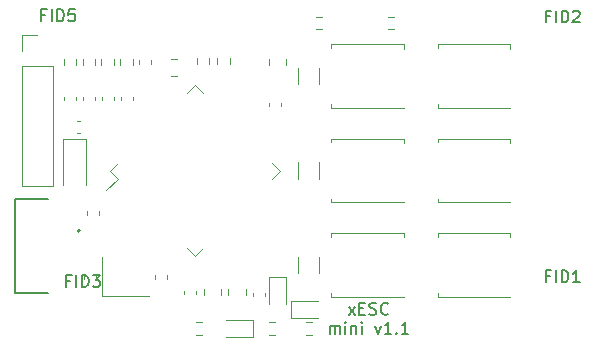
<source format=gbr>
%TF.GenerationSoftware,KiCad,Pcbnew,6.0.5+dfsg-1~bpo11+1*%
%TF.CreationDate,2022-07-20T16:37:16+00:00*%
%TF.ProjectId,xESC2,78455343-322e-46b6-9963-61645f706362,rev?*%
%TF.SameCoordinates,Original*%
%TF.FileFunction,Legend,Top*%
%TF.FilePolarity,Positive*%
%FSLAX46Y46*%
G04 Gerber Fmt 4.6, Leading zero omitted, Abs format (unit mm)*
G04 Created by KiCad (PCBNEW 6.0.5+dfsg-1~bpo11+1) date 2022-07-20 16:37:16*
%MOMM*%
%LPD*%
G01*
G04 APERTURE LIST*
%ADD10C,0.150000*%
%ADD11C,0.120000*%
%ADD12C,0.127000*%
%ADD13C,0.200000*%
G04 APERTURE END LIST*
D10*
X257409523Y-130597380D02*
X257933333Y-129930714D01*
X257409523Y-129930714D02*
X257933333Y-130597380D01*
X258314285Y-130073571D02*
X258647619Y-130073571D01*
X258790476Y-130597380D02*
X258314285Y-130597380D01*
X258314285Y-129597380D01*
X258790476Y-129597380D01*
X259171428Y-130549761D02*
X259314285Y-130597380D01*
X259552380Y-130597380D01*
X259647619Y-130549761D01*
X259695238Y-130502142D01*
X259742857Y-130406904D01*
X259742857Y-130311666D01*
X259695238Y-130216428D01*
X259647619Y-130168809D01*
X259552380Y-130121190D01*
X259361904Y-130073571D01*
X259266666Y-130025952D01*
X259219047Y-129978333D01*
X259171428Y-129883095D01*
X259171428Y-129787857D01*
X259219047Y-129692619D01*
X259266666Y-129645000D01*
X259361904Y-129597380D01*
X259600000Y-129597380D01*
X259742857Y-129645000D01*
X260742857Y-130502142D02*
X260695238Y-130549761D01*
X260552380Y-130597380D01*
X260457142Y-130597380D01*
X260314285Y-130549761D01*
X260219047Y-130454523D01*
X260171428Y-130359285D01*
X260123809Y-130168809D01*
X260123809Y-130025952D01*
X260171428Y-129835476D01*
X260219047Y-129740238D01*
X260314285Y-129645000D01*
X260457142Y-129597380D01*
X260552380Y-129597380D01*
X260695238Y-129645000D01*
X260742857Y-129692619D01*
X255790476Y-132207380D02*
X255790476Y-131540714D01*
X255790476Y-131635952D02*
X255838095Y-131588333D01*
X255933333Y-131540714D01*
X256076190Y-131540714D01*
X256171428Y-131588333D01*
X256219047Y-131683571D01*
X256219047Y-132207380D01*
X256219047Y-131683571D02*
X256266666Y-131588333D01*
X256361904Y-131540714D01*
X256504761Y-131540714D01*
X256600000Y-131588333D01*
X256647619Y-131683571D01*
X256647619Y-132207380D01*
X257123809Y-132207380D02*
X257123809Y-131540714D01*
X257123809Y-131207380D02*
X257076190Y-131255000D01*
X257123809Y-131302619D01*
X257171428Y-131255000D01*
X257123809Y-131207380D01*
X257123809Y-131302619D01*
X257600000Y-131540714D02*
X257600000Y-132207380D01*
X257600000Y-131635952D02*
X257647619Y-131588333D01*
X257742857Y-131540714D01*
X257885714Y-131540714D01*
X257980952Y-131588333D01*
X258028571Y-131683571D01*
X258028571Y-132207380D01*
X258504761Y-132207380D02*
X258504761Y-131540714D01*
X258504761Y-131207380D02*
X258457142Y-131255000D01*
X258504761Y-131302619D01*
X258552380Y-131255000D01*
X258504761Y-131207380D01*
X258504761Y-131302619D01*
X259647619Y-131540714D02*
X259885714Y-132207380D01*
X260123809Y-131540714D01*
X261028571Y-132207380D02*
X260457142Y-132207380D01*
X260742857Y-132207380D02*
X260742857Y-131207380D01*
X260647619Y-131350238D01*
X260552380Y-131445476D01*
X260457142Y-131493095D01*
X261457142Y-132112142D02*
X261504761Y-132159761D01*
X261457142Y-132207380D01*
X261409523Y-132159761D01*
X261457142Y-132112142D01*
X261457142Y-132207380D01*
X262457142Y-132207380D02*
X261885714Y-132207380D01*
X262171428Y-132207380D02*
X262171428Y-131207380D01*
X262076190Y-131350238D01*
X261980952Y-131445476D01*
X261885714Y-131493095D01*
%TO.C,FID1*%
X274428571Y-127328571D02*
X274095238Y-127328571D01*
X274095238Y-127852380D02*
X274095238Y-126852380D01*
X274571428Y-126852380D01*
X274952380Y-127852380D02*
X274952380Y-126852380D01*
X275428571Y-127852380D02*
X275428571Y-126852380D01*
X275666666Y-126852380D01*
X275809523Y-126900000D01*
X275904761Y-126995238D01*
X275952380Y-127090476D01*
X276000000Y-127280952D01*
X276000000Y-127423809D01*
X275952380Y-127614285D01*
X275904761Y-127709523D01*
X275809523Y-127804761D01*
X275666666Y-127852380D01*
X275428571Y-127852380D01*
X276952380Y-127852380D02*
X276380952Y-127852380D01*
X276666666Y-127852380D02*
X276666666Y-126852380D01*
X276571428Y-126995238D01*
X276476190Y-127090476D01*
X276380952Y-127138095D01*
%TO.C,FID2*%
X274428571Y-105328571D02*
X274095238Y-105328571D01*
X274095238Y-105852380D02*
X274095238Y-104852380D01*
X274571428Y-104852380D01*
X274952380Y-105852380D02*
X274952380Y-104852380D01*
X275428571Y-105852380D02*
X275428571Y-104852380D01*
X275666666Y-104852380D01*
X275809523Y-104900000D01*
X275904761Y-104995238D01*
X275952380Y-105090476D01*
X276000000Y-105280952D01*
X276000000Y-105423809D01*
X275952380Y-105614285D01*
X275904761Y-105709523D01*
X275809523Y-105804761D01*
X275666666Y-105852380D01*
X275428571Y-105852380D01*
X276380952Y-104947619D02*
X276428571Y-104900000D01*
X276523809Y-104852380D01*
X276761904Y-104852380D01*
X276857142Y-104900000D01*
X276904761Y-104947619D01*
X276952380Y-105042857D01*
X276952380Y-105138095D01*
X276904761Y-105280952D01*
X276333333Y-105852380D01*
X276952380Y-105852380D01*
%TO.C,FID3*%
X233828571Y-127728571D02*
X233495238Y-127728571D01*
X233495238Y-128252380D02*
X233495238Y-127252380D01*
X233971428Y-127252380D01*
X234352380Y-128252380D02*
X234352380Y-127252380D01*
X234828571Y-128252380D02*
X234828571Y-127252380D01*
X235066666Y-127252380D01*
X235209523Y-127300000D01*
X235304761Y-127395238D01*
X235352380Y-127490476D01*
X235400000Y-127680952D01*
X235400000Y-127823809D01*
X235352380Y-128014285D01*
X235304761Y-128109523D01*
X235209523Y-128204761D01*
X235066666Y-128252380D01*
X234828571Y-128252380D01*
X235733333Y-127252380D02*
X236352380Y-127252380D01*
X236019047Y-127633333D01*
X236161904Y-127633333D01*
X236257142Y-127680952D01*
X236304761Y-127728571D01*
X236352380Y-127823809D01*
X236352380Y-128061904D01*
X236304761Y-128157142D01*
X236257142Y-128204761D01*
X236161904Y-128252380D01*
X235876190Y-128252380D01*
X235780952Y-128204761D01*
X235733333Y-128157142D01*
%TO.C,FID5*%
X231728571Y-105228571D02*
X231395238Y-105228571D01*
X231395238Y-105752380D02*
X231395238Y-104752380D01*
X231871428Y-104752380D01*
X232252380Y-105752380D02*
X232252380Y-104752380D01*
X232728571Y-105752380D02*
X232728571Y-104752380D01*
X232966666Y-104752380D01*
X233109523Y-104800000D01*
X233204761Y-104895238D01*
X233252380Y-104990476D01*
X233300000Y-105180952D01*
X233300000Y-105323809D01*
X233252380Y-105514285D01*
X233204761Y-105609523D01*
X233109523Y-105704761D01*
X232966666Y-105752380D01*
X232728571Y-105752380D01*
X234204761Y-104752380D02*
X233728571Y-104752380D01*
X233680952Y-105228571D01*
X233728571Y-105180952D01*
X233823809Y-105133333D01*
X234061904Y-105133333D01*
X234157142Y-105180952D01*
X234204761Y-105228571D01*
X234252380Y-105323809D01*
X234252380Y-105561904D01*
X234204761Y-105657142D01*
X234157142Y-105704761D01*
X234061904Y-105752380D01*
X233823809Y-105752380D01*
X233728571Y-105704761D01*
X233680952Y-105657142D01*
D11*
%TO.C,C32*%
X236010000Y-127540580D02*
X236010000Y-127259420D01*
X234990000Y-127540580D02*
X234990000Y-127259420D01*
%TO.C,C33*%
X242010000Y-127259420D02*
X242010000Y-127540580D01*
X240990000Y-127259420D02*
X240990000Y-127540580D01*
%TO.C,C34*%
X234690580Y-115210000D02*
X234409420Y-115210000D01*
X234690580Y-114190000D02*
X234409420Y-114190000D01*
%TO.C,C35*%
X250665000Y-108938748D02*
X250665000Y-109461252D01*
X252135000Y-108938748D02*
X252135000Y-109461252D01*
%TO.C,C37*%
X244470000Y-128559420D02*
X244470000Y-128840580D01*
X243450000Y-128559420D02*
X243450000Y-128840580D01*
%TO.C,C38*%
X247225000Y-128971252D02*
X247225000Y-128448748D01*
X248695000Y-128971252D02*
X248695000Y-128448748D01*
%TO.C,C40*%
X251710000Y-112940580D02*
X251710000Y-112659420D01*
X250690000Y-112940580D02*
X250690000Y-112659420D01*
%TO.C,C41*%
X235290000Y-121859420D02*
X235290000Y-122140580D01*
X236310000Y-121859420D02*
X236310000Y-122140580D01*
%TO.C,C42*%
X250310000Y-128759420D02*
X250310000Y-129040580D01*
X249290000Y-128759420D02*
X249290000Y-129040580D01*
%TO.C,C39*%
X245145000Y-128971252D02*
X245145000Y-128448748D01*
X246615000Y-128971252D02*
X246615000Y-128448748D01*
%TO.C,R16*%
X253802742Y-132282500D02*
X254277258Y-132282500D01*
X253802742Y-131237500D02*
X254277258Y-131237500D01*
%TO.C,D2*%
X252555000Y-129425000D02*
X252555000Y-130895000D01*
X252555000Y-130895000D02*
X254840000Y-130895000D01*
X254840000Y-129425000D02*
X252555000Y-129425000D01*
%TO.C,J3*%
X229730000Y-109510000D02*
X229730000Y-119730000D01*
X232390000Y-109510000D02*
X232390000Y-119730000D01*
X229730000Y-109510000D02*
X232390000Y-109510000D01*
X229730000Y-119730000D02*
X232390000Y-119730000D01*
X229730000Y-106910000D02*
X231060000Y-106910000D01*
X229730000Y-108240000D02*
X229730000Y-106910000D01*
%TO.C,D4*%
X252135000Y-129700000D02*
X252135000Y-127415000D01*
X252135000Y-127415000D02*
X250665000Y-127415000D01*
X250665000Y-127415000D02*
X250665000Y-129700000D01*
%TO.C,D5*%
X249325000Y-131025000D02*
X247040000Y-131025000D01*
X247040000Y-132495000D02*
X249325000Y-132495000D01*
X249325000Y-132495000D02*
X249325000Y-131025000D01*
%TO.C,R37*%
X250702742Y-132282500D02*
X251177258Y-132282500D01*
X250702742Y-131237500D02*
X251177258Y-131237500D01*
%TO.C,R38*%
X244502742Y-132282500D02*
X244977258Y-132282500D01*
X244502742Y-131237500D02*
X244977258Y-131237500D01*
%TO.C,R39*%
X254662742Y-106422500D02*
X255137258Y-106422500D01*
X254662742Y-105377500D02*
X255137258Y-105377500D01*
%TO.C,R40*%
X260762742Y-106422500D02*
X261237258Y-106422500D01*
X260762742Y-105377500D02*
X261237258Y-105377500D01*
%TO.C,U4*%
X245071751Y-124954880D02*
X244400000Y-125626631D01*
X251626631Y-118400000D02*
X250954880Y-117728249D01*
X237845120Y-119071751D02*
X236897597Y-120019275D01*
X250954880Y-119071751D02*
X251626631Y-118400000D01*
X244400000Y-125626631D02*
X243728249Y-124954880D01*
X237845120Y-117728249D02*
X237173369Y-118400000D01*
X243728249Y-111845120D02*
X244400000Y-111173369D01*
X244400000Y-111173369D02*
X245071751Y-111845120D01*
X237173369Y-118400000D02*
X237845120Y-119071751D01*
%TO.C,C1*%
X253090000Y-127111252D02*
X253090000Y-125688748D01*
X254910000Y-127111252D02*
X254910000Y-125688748D01*
%TO.C,C2*%
X254910000Y-119111252D02*
X254910000Y-117688748D01*
X253090000Y-119111252D02*
X253090000Y-117688748D01*
%TO.C,Q1*%
X255940000Y-123715000D02*
X262060000Y-123715000D01*
X255940000Y-129085000D02*
X262060000Y-129085000D01*
X262060000Y-124065000D02*
X262060000Y-123715000D01*
X255940000Y-124015000D02*
X255940000Y-123715000D01*
X255940000Y-128785000D02*
X255940000Y-129085000D01*
%TO.C,Q3*%
X255940000Y-120785000D02*
X255940000Y-121085000D01*
X255940000Y-115715000D02*
X262060000Y-115715000D01*
X262060000Y-116065000D02*
X262060000Y-115715000D01*
X255940000Y-116015000D02*
X255940000Y-115715000D01*
X255940000Y-121085000D02*
X262060000Y-121085000D01*
%TO.C,Q5*%
X255940000Y-108015000D02*
X255940000Y-107715000D01*
X255940000Y-112785000D02*
X255940000Y-113085000D01*
X255940000Y-107715000D02*
X262060000Y-107715000D01*
X255940000Y-113085000D02*
X262060000Y-113085000D01*
X262060000Y-108065000D02*
X262060000Y-107715000D01*
D12*
%TO.C,J2*%
X231950000Y-120820000D02*
X229150000Y-120820000D01*
X231950000Y-128780000D02*
X229150000Y-128780000D01*
X229150000Y-120900000D02*
X229150000Y-128700000D01*
D13*
X234650000Y-123500000D02*
G75*
G03*
X234650000Y-123500000I-100000J0D01*
G01*
D11*
%TO.C,D3*%
X235200000Y-115750000D02*
X233200000Y-115750000D01*
X233200000Y-115750000D02*
X233200000Y-119650000D01*
X235200000Y-115750000D02*
X235200000Y-119650000D01*
%TO.C,R32*%
X245622500Y-109337258D02*
X245622500Y-108862742D01*
X244577500Y-109337258D02*
X244577500Y-108862742D01*
%TO.C,R31*%
X246277500Y-109337258D02*
X246277500Y-108862742D01*
X247322500Y-109337258D02*
X247322500Y-108862742D01*
%TO.C,Q6*%
X264940000Y-112785000D02*
X264940000Y-113085000D01*
X264940000Y-113085000D02*
X271060000Y-113085000D01*
X264940000Y-107715000D02*
X271060000Y-107715000D01*
X271060000Y-108065000D02*
X271060000Y-107715000D01*
X264940000Y-108015000D02*
X264940000Y-107715000D01*
%TO.C,Q4*%
X264940000Y-120785000D02*
X264940000Y-121085000D01*
X264940000Y-121085000D02*
X271060000Y-121085000D01*
X271060000Y-116065000D02*
X271060000Y-115715000D01*
X264940000Y-116015000D02*
X264940000Y-115715000D01*
X264940000Y-115715000D02*
X271060000Y-115715000D01*
%TO.C,Q2*%
X271060000Y-124065000D02*
X271060000Y-123715000D01*
X264940000Y-129085000D02*
X271060000Y-129085000D01*
X264940000Y-123715000D02*
X271060000Y-123715000D01*
X264940000Y-124015000D02*
X264940000Y-123715000D01*
X264940000Y-128785000D02*
X264940000Y-129085000D01*
%TO.C,C3*%
X253090000Y-111111252D02*
X253090000Y-109688748D01*
X254910000Y-111111252D02*
X254910000Y-109688748D01*
%TO.C,Y1*%
X236500000Y-129050000D02*
X240500000Y-129050000D01*
X236500000Y-125750000D02*
X236500000Y-129050000D01*
%TO.C,C36*%
X242388748Y-110385000D02*
X242911252Y-110385000D01*
X242388748Y-108915000D02*
X242911252Y-108915000D01*
%TO.C,C43*%
X240710000Y-109340580D02*
X240710000Y-109059420D01*
X239690000Y-109340580D02*
X239690000Y-109059420D01*
%TO.C,R33*%
X234877500Y-108962742D02*
X234877500Y-109437258D01*
X235922500Y-108962742D02*
X235922500Y-109437258D01*
%TO.C,R34*%
X236477500Y-108962742D02*
X236477500Y-109437258D01*
X237522500Y-108962742D02*
X237522500Y-109437258D01*
%TO.C,C44*%
X234310000Y-112159420D02*
X234310000Y-112440580D01*
X233290000Y-112159420D02*
X233290000Y-112440580D01*
%TO.C,C45*%
X235910000Y-112159420D02*
X235910000Y-112440580D01*
X234890000Y-112159420D02*
X234890000Y-112440580D01*
%TO.C,C46*%
X236490000Y-112159420D02*
X236490000Y-112440580D01*
X237510000Y-112159420D02*
X237510000Y-112440580D01*
%TO.C,R35*%
X239122500Y-108962742D02*
X239122500Y-109437258D01*
X238077500Y-108962742D02*
X238077500Y-109437258D01*
%TO.C,R30*%
X233277500Y-108962742D02*
X233277500Y-109437258D01*
X234322500Y-108962742D02*
X234322500Y-109437258D01*
%TO.C,C47*%
X238090000Y-112159420D02*
X238090000Y-112440580D01*
X239110000Y-112159420D02*
X239110000Y-112440580D01*
%TD*%
M02*

</source>
